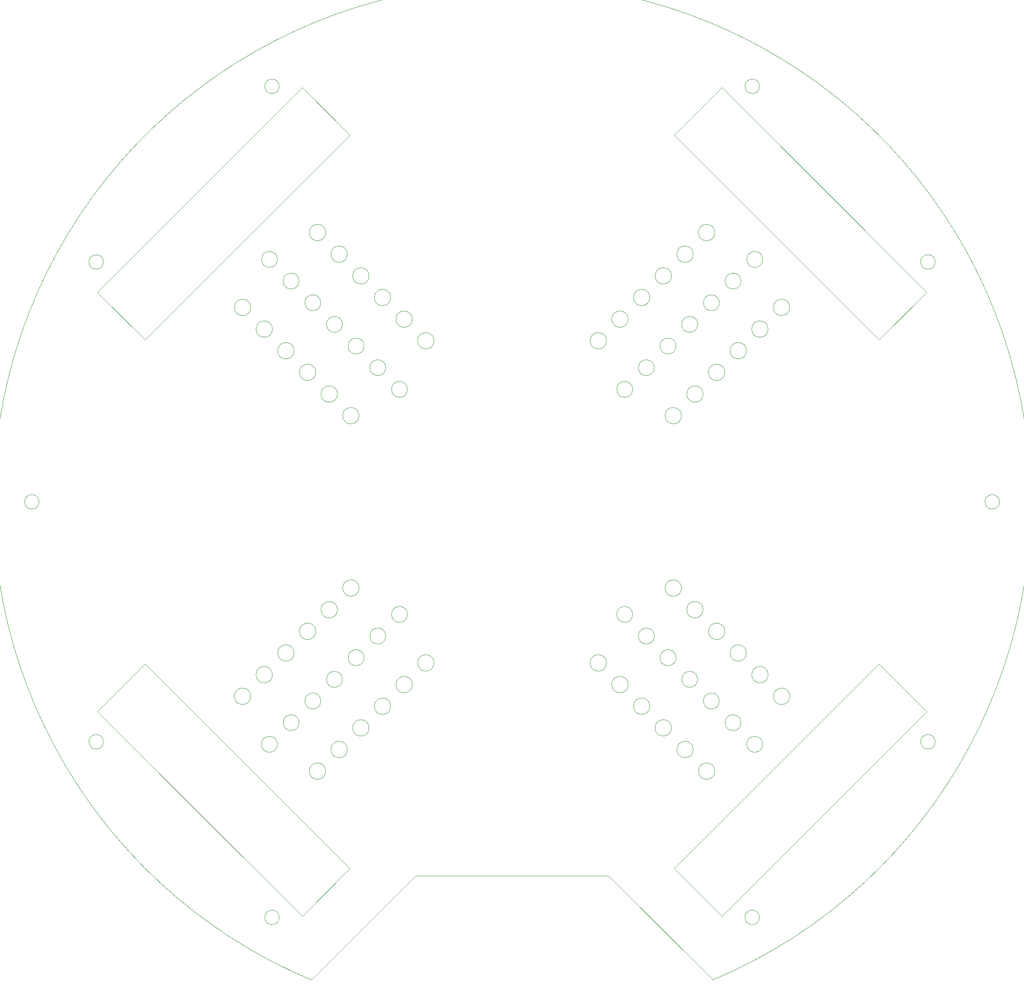
<source format=gbr>
%TF.GenerationSoftware,KiCad,Pcbnew,(6.0.9)*%
%TF.CreationDate,2023-07-09T09:41:20+10:00*%
%TF.ProjectId,Line 2.4,4c696e65-2032-42e3-942e-6b696361645f,rev?*%
%TF.SameCoordinates,Original*%
%TF.FileFunction,Profile,NP*%
%FSLAX46Y46*%
G04 Gerber Fmt 4.6, Leading zero omitted, Abs format (unit mm)*
G04 Created by KiCad (PCBNEW (6.0.9)) date 2023-07-09 09:41:20*
%MOMM*%
%LPD*%
G01*
G04 APERTURE LIST*
%TA.AperFunction,Profile*%
%ADD10C,0.100000*%
%TD*%
G04 APERTURE END LIST*
D10*
X296987067Y-55586526D02*
X339413474Y-98012933D01*
X167586526Y-184987067D02*
X177486021Y-175087572D01*
X222835220Y-173814780D02*
G75*
G03*
X222835220Y-173814780I-1650000J0D01*
G01*
X304750000Y-227669528D02*
G75*
G03*
X304750000Y-227669528I-1500000J0D01*
G01*
X205250000Y-55330472D02*
G75*
G03*
X205250000Y-55330472I-1500000J0D01*
G01*
X287464780Y-109185220D02*
G75*
G03*
X287464780Y-109185220I-1650000J0D01*
G01*
X282049551Y-183876202D02*
G75*
G03*
X282049551Y-183876202I-1700000J0D01*
G01*
X228350449Y-99123798D02*
G75*
G03*
X228350449Y-99123798I-1700000J0D01*
G01*
X311046587Y-181819936D02*
G75*
G03*
X311046587Y-181819936I-1700001J0D01*
G01*
X300935164Y-95714836D02*
G75*
G03*
X300935164Y-95714836I-1650000J0D01*
G01*
X277559423Y-103613926D02*
G75*
G03*
X277559423Y-103613926I-1700000J0D01*
G01*
X223860321Y-94633670D02*
G75*
G03*
X223860321Y-94633670I-1700000J0D01*
G01*
X306556458Y-105670193D02*
G75*
G03*
X306556458Y-105670193I-1700000J0D01*
G01*
X177486021Y-175087572D02*
X219912428Y-217513979D01*
X209364836Y-95714836D02*
G75*
G03*
X209364836Y-95714836I-1650000J0D01*
G01*
X221804055Y-159369295D02*
G75*
G03*
X221804055Y-159369295I-1700001J0D01*
G01*
X221804053Y-123630705D02*
G75*
G03*
X221804053Y-123630705I-1699999J0D01*
G01*
X286539679Y-188366330D02*
G75*
G03*
X286539679Y-188366330I-1700000J0D01*
G01*
X273069294Y-108104054D02*
G75*
G03*
X273069294Y-108104054I-1699999J0D01*
G01*
X231815477Y-164834523D02*
G75*
G03*
X231815477Y-164834523I-1650000J0D01*
G01*
X302066330Y-110160321D02*
G75*
G03*
X302066330Y-110160321I-1700000J0D01*
G01*
X210012933Y-227413474D02*
X167586526Y-184987067D01*
X219912428Y-217513979D02*
X210012933Y-227413474D01*
X204874708Y-191775292D02*
G75*
G03*
X204874708Y-191775292I-1650000J0D01*
G01*
X304750000Y-55330472D02*
G75*
G03*
X304750000Y-55330472I-1500000J0D01*
G01*
X282049551Y-99123798D02*
G75*
G03*
X282049551Y-99123798I-1700000J0D01*
G01*
X277559424Y-179386074D02*
G75*
G03*
X277559424Y-179386074I-1700001J0D01*
G01*
X209364836Y-187285164D02*
G75*
G03*
X209364836Y-187285164I-1650000J0D01*
G01*
X306556458Y-177329807D02*
G75*
G03*
X306556458Y-177329807I-1700000J0D01*
G01*
X295519937Y-85653414D02*
G75*
G03*
X295519937Y-85653414I-1700001J0D01*
G01*
X211882660Y-240617340D02*
X233500000Y-219000000D01*
X237330706Y-108104054D02*
G75*
G03*
X237330706Y-108104054I-1700001J0D01*
G01*
X218345092Y-104695092D02*
G75*
G03*
X218345092Y-104695092I-1650000J0D01*
G01*
X288595947Y-123630705D02*
G75*
G03*
X288595947Y-123630705I-1700001J0D01*
G01*
X291029807Y-192856458D02*
G75*
G03*
X291029807Y-192856458I-1700000J0D01*
G01*
X273069296Y-174895946D02*
G75*
G03*
X273069296Y-174895946I-1700001J0D01*
G01*
X295519935Y-197346586D02*
G75*
G03*
X295519935Y-197346586I-1699999J0D01*
G01*
X305425292Y-91224708D02*
G75*
G03*
X305425292Y-91224708I-1650000J0D01*
G01*
X278484523Y-118165477D02*
G75*
G03*
X278484523Y-118165477I-1650000J0D01*
G01*
X155500000Y-141500000D02*
G75*
G03*
X155500000Y-141500000I-1500000J0D01*
G01*
X214880065Y-197346586D02*
G75*
G03*
X214880065Y-197346586I-1700001J0D01*
G01*
X273500000Y-219000000D02*
X295117340Y-240617340D01*
X212823798Y-168349551D02*
G75*
G03*
X212823798Y-168349551I-1700000J0D01*
G01*
X297576202Y-114650449D02*
G75*
G03*
X297576202Y-114650449I-1700000J0D01*
G01*
X210012933Y-55586526D02*
X219912428Y-65486021D01*
X213854964Y-100204964D02*
G75*
G03*
X213854964Y-100204964I-1650000J0D01*
G01*
X286539679Y-94633670D02*
G75*
G03*
X286539679Y-94633670I-1700000J0D01*
G01*
X223860321Y-188366330D02*
G75*
G03*
X223860321Y-188366330I-1700000J0D01*
G01*
X339413474Y-184987067D02*
X296987067Y-227413474D01*
X278484523Y-164834523D02*
G75*
G03*
X278484523Y-164834523I-1650000J0D01*
G01*
X293086074Y-163859423D02*
G75*
G03*
X293086074Y-163859423I-1700000J0D01*
G01*
X222835220Y-109185220D02*
G75*
G03*
X222835220Y-109185220I-1650000J0D01*
G01*
X329513979Y-107912428D02*
X287087572Y-65486021D01*
X297576202Y-168349551D02*
G75*
G03*
X297576202Y-168349551I-1700000J0D01*
G01*
X218345092Y-178304908D02*
G75*
G03*
X218345092Y-178304908I-1650000J0D01*
G01*
X217313927Y-163859423D02*
G75*
G03*
X217313927Y-163859423I-1700001J0D01*
G01*
X217313926Y-119140577D02*
G75*
G03*
X217313926Y-119140577I-1700000J0D01*
G01*
X208333670Y-110160321D02*
G75*
G03*
X208333670Y-110160321I-1700000J0D01*
G01*
X203843542Y-177329807D02*
G75*
G03*
X203843542Y-177329807I-1700000J0D01*
G01*
X339413474Y-98012933D02*
X329513979Y-107912428D01*
X233500000Y-219000000D02*
X273500000Y-219000000D01*
X341169528Y-91750000D02*
G75*
G03*
X341169528Y-91750000I-1500000J0D01*
G01*
X214880063Y-85653414D02*
G75*
G03*
X214880063Y-85653414I-1699999J0D01*
G01*
X227325348Y-169324652D02*
G75*
G03*
X227325348Y-169324652I-1650000J0D01*
G01*
X341169528Y-191250000D02*
G75*
G03*
X341169528Y-191250000I-1500000J0D01*
G01*
X296445036Y-182795036D02*
G75*
G03*
X296445036Y-182795036I-1650000J0D01*
G01*
X287464780Y-173814780D02*
G75*
G03*
X287464780Y-173814780I-1650000J0D01*
G01*
X199353413Y-181819936D02*
G75*
G03*
X199353413Y-181819936I-1699999J0D01*
G01*
X228350449Y-183876202D02*
G75*
G03*
X228350449Y-183876202I-1700000J0D01*
G01*
X168830472Y-91750000D02*
G75*
G03*
X168830472Y-91750000I-1500000J0D01*
G01*
X212823798Y-114650449D02*
G75*
G03*
X212823798Y-114650449I-1700000J0D01*
G01*
X282974652Y-113675348D02*
G75*
G03*
X282974652Y-113675348I-1650000J0D01*
G01*
X291954908Y-104695092D02*
G75*
G03*
X291954908Y-104695092I-1650000J0D01*
G01*
X199353415Y-101180064D02*
G75*
G03*
X199353415Y-101180064I-1700001J0D01*
G01*
X219370193Y-90143542D02*
G75*
G03*
X219370193Y-90143542I-1700000J0D01*
G01*
X227325348Y-113675348D02*
G75*
G03*
X227325348Y-113675348I-1650000J0D01*
G01*
X232840578Y-103613926D02*
G75*
G03*
X232840578Y-103613926I-1700001J0D01*
G01*
X208333670Y-172839679D02*
G75*
G03*
X208333670Y-172839679I-1700000J0D01*
G01*
X305425292Y-191775292D02*
G75*
G03*
X305425292Y-191775292I-1650000J0D01*
G01*
X311046585Y-101180064D02*
G75*
G03*
X311046585Y-101180064I-1699999J0D01*
G01*
X205250000Y-227669528D02*
G75*
G03*
X205250000Y-227669528I-1500000J0D01*
G01*
X354500000Y-141500000D02*
G75*
G03*
X354500000Y-141500000I-1500000J0D01*
G01*
X291029807Y-90143542D02*
G75*
G03*
X291029807Y-90143542I-1700000J0D01*
G01*
X213854964Y-182795036D02*
G75*
G03*
X213854964Y-182795036I-1650000J0D01*
G01*
X287087572Y-217513979D02*
X329513979Y-175087572D01*
X232840577Y-179386074D02*
G75*
G03*
X232840577Y-179386074I-1700000J0D01*
G01*
X231815477Y-118165477D02*
G75*
G03*
X231815477Y-118165477I-1650000J0D01*
G01*
X302066330Y-172839679D02*
G75*
G03*
X302066330Y-172839679I-1700000J0D01*
G01*
X167586526Y-98012933D02*
X210012933Y-55586526D01*
X204874708Y-91224708D02*
G75*
G03*
X204874708Y-91224708I-1650000J0D01*
G01*
X293086075Y-119140577D02*
G75*
G03*
X293086075Y-119140577I-1700001J0D01*
G01*
X282974652Y-169324652D02*
G75*
G03*
X282974652Y-169324652I-1650000J0D01*
G01*
X300935164Y-187285164D02*
G75*
G03*
X300935164Y-187285164I-1650000J0D01*
G01*
X296987067Y-227413474D02*
X287087572Y-217513979D01*
X287087572Y-65486021D02*
X296987067Y-55586526D01*
X177486021Y-107912428D02*
X167586526Y-98012933D01*
X329513979Y-175087572D02*
X339413474Y-184987067D01*
X219912428Y-65486021D02*
X177486021Y-107912428D01*
X295117340Y-240617340D02*
G75*
G03*
X211882660Y-240617340I-41617340J99117340D01*
G01*
X296445036Y-100204964D02*
G75*
G03*
X296445036Y-100204964I-1650000J0D01*
G01*
X291954908Y-178304908D02*
G75*
G03*
X291954908Y-178304908I-1650000J0D01*
G01*
X237330704Y-174895946D02*
G75*
G03*
X237330704Y-174895946I-1699999J0D01*
G01*
X219370193Y-192856458D02*
G75*
G03*
X219370193Y-192856458I-1700000J0D01*
G01*
X288595945Y-159369295D02*
G75*
G03*
X288595945Y-159369295I-1699999J0D01*
G01*
X203843542Y-105670193D02*
G75*
G03*
X203843542Y-105670193I-1700000J0D01*
G01*
X168830472Y-191250000D02*
G75*
G03*
X168830472Y-191250000I-1500000J0D01*
G01*
M02*

</source>
